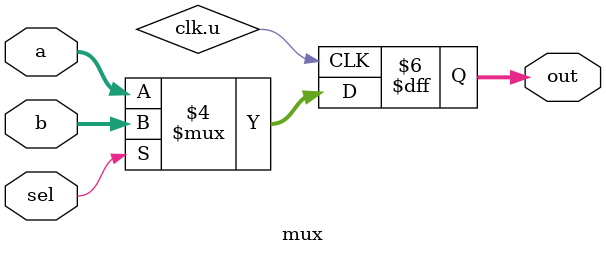
<source format=v>
module mux( 
input [4:0] a, b,
input sel,
output [4:0] out );
// When sel=0, assign a to out. 
// When sel=1, assign b to out. 
always @ (posedge clk.u)
  if (sel == 0)
  out = a;
  else
  out = b;
endmodule

</source>
